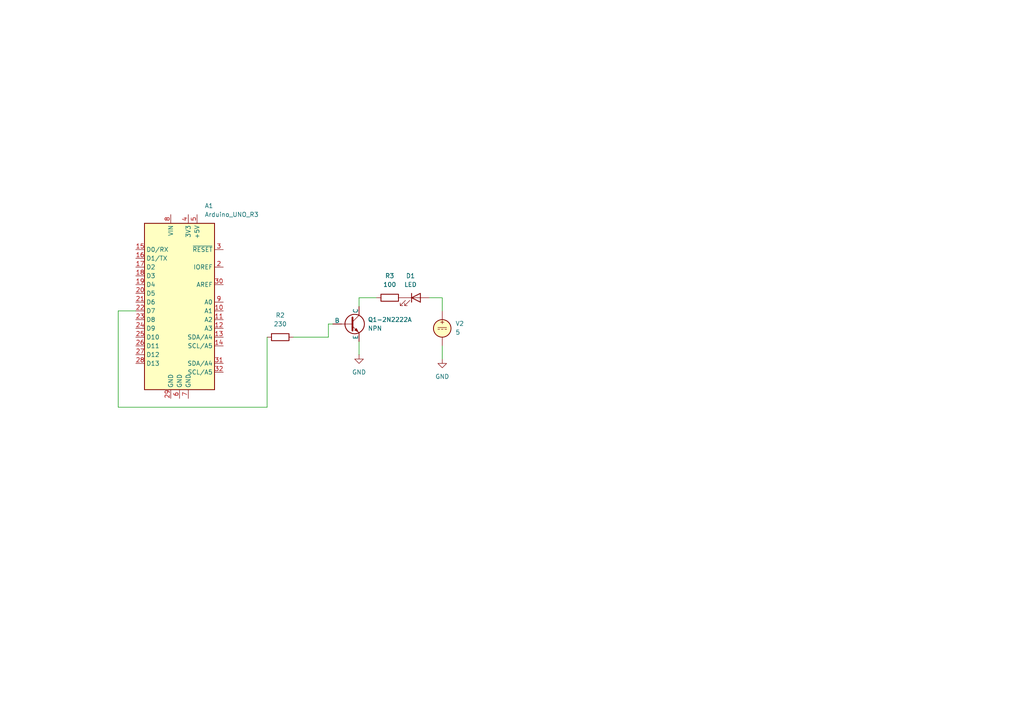
<source format=kicad_sch>
(kicad_sch
	(version 20231120)
	(generator "eeschema")
	(generator_version "8.0")
	(uuid "56d0690a-4f43-41dc-928d-77bd97c5f5f6")
	(paper "A4")
	(lib_symbols
		(symbol "Device:LED"
			(pin_numbers hide)
			(pin_names
				(offset 1.016) hide)
			(exclude_from_sim no)
			(in_bom yes)
			(on_board yes)
			(property "Reference" "D"
				(at 0 2.54 0)
				(effects
					(font
						(size 1.27 1.27)
					)
				)
			)
			(property "Value" "LED"
				(at 0 -2.54 0)
				(effects
					(font
						(size 1.27 1.27)
					)
				)
			)
			(property "Footprint" ""
				(at 0 0 0)
				(effects
					(font
						(size 1.27 1.27)
					)
					(hide yes)
				)
			)
			(property "Datasheet" "~"
				(at 0 0 0)
				(effects
					(font
						(size 1.27 1.27)
					)
					(hide yes)
				)
			)
			(property "Description" "Light emitting diode"
				(at 0 0 0)
				(effects
					(font
						(size 1.27 1.27)
					)
					(hide yes)
				)
			)
			(property "ki_keywords" "LED diode"
				(at 0 0 0)
				(effects
					(font
						(size 1.27 1.27)
					)
					(hide yes)
				)
			)
			(property "ki_fp_filters" "LED* LED_SMD:* LED_THT:*"
				(at 0 0 0)
				(effects
					(font
						(size 1.27 1.27)
					)
					(hide yes)
				)
			)
			(symbol "LED_0_1"
				(polyline
					(pts
						(xy -1.27 -1.27) (xy -1.27 1.27)
					)
					(stroke
						(width 0.254)
						(type default)
					)
					(fill
						(type none)
					)
				)
				(polyline
					(pts
						(xy -1.27 0) (xy 1.27 0)
					)
					(stroke
						(width 0)
						(type default)
					)
					(fill
						(type none)
					)
				)
				(polyline
					(pts
						(xy 1.27 -1.27) (xy 1.27 1.27) (xy -1.27 0) (xy 1.27 -1.27)
					)
					(stroke
						(width 0.254)
						(type default)
					)
					(fill
						(type none)
					)
				)
				(polyline
					(pts
						(xy -3.048 -0.762) (xy -4.572 -2.286) (xy -3.81 -2.286) (xy -4.572 -2.286) (xy -4.572 -1.524)
					)
					(stroke
						(width 0)
						(type default)
					)
					(fill
						(type none)
					)
				)
				(polyline
					(pts
						(xy -1.778 -0.762) (xy -3.302 -2.286) (xy -2.54 -2.286) (xy -3.302 -2.286) (xy -3.302 -1.524)
					)
					(stroke
						(width 0)
						(type default)
					)
					(fill
						(type none)
					)
				)
			)
			(symbol "LED_1_1"
				(pin passive line
					(at -3.81 0 0)
					(length 2.54)
					(name "K"
						(effects
							(font
								(size 1.27 1.27)
							)
						)
					)
					(number "1"
						(effects
							(font
								(size 1.27 1.27)
							)
						)
					)
				)
				(pin passive line
					(at 3.81 0 180)
					(length 2.54)
					(name "A"
						(effects
							(font
								(size 1.27 1.27)
							)
						)
					)
					(number "2"
						(effects
							(font
								(size 1.27 1.27)
							)
						)
					)
				)
			)
		)
		(symbol "Device:R"
			(pin_numbers hide)
			(pin_names
				(offset 0)
			)
			(exclude_from_sim no)
			(in_bom yes)
			(on_board yes)
			(property "Reference" "R"
				(at 2.032 0 90)
				(effects
					(font
						(size 1.27 1.27)
					)
				)
			)
			(property "Value" "R"
				(at 0 0 90)
				(effects
					(font
						(size 1.27 1.27)
					)
				)
			)
			(property "Footprint" ""
				(at -1.778 0 90)
				(effects
					(font
						(size 1.27 1.27)
					)
					(hide yes)
				)
			)
			(property "Datasheet" "~"
				(at 0 0 0)
				(effects
					(font
						(size 1.27 1.27)
					)
					(hide yes)
				)
			)
			(property "Description" "Resistor"
				(at 0 0 0)
				(effects
					(font
						(size 1.27 1.27)
					)
					(hide yes)
				)
			)
			(property "ki_keywords" "R res resistor"
				(at 0 0 0)
				(effects
					(font
						(size 1.27 1.27)
					)
					(hide yes)
				)
			)
			(property "ki_fp_filters" "R_*"
				(at 0 0 0)
				(effects
					(font
						(size 1.27 1.27)
					)
					(hide yes)
				)
			)
			(symbol "R_0_1"
				(rectangle
					(start -1.016 -2.54)
					(end 1.016 2.54)
					(stroke
						(width 0.254)
						(type default)
					)
					(fill
						(type none)
					)
				)
			)
			(symbol "R_1_1"
				(pin passive line
					(at 0 3.81 270)
					(length 1.27)
					(name "~"
						(effects
							(font
								(size 1.27 1.27)
							)
						)
					)
					(number "1"
						(effects
							(font
								(size 1.27 1.27)
							)
						)
					)
				)
				(pin passive line
					(at 0 -3.81 90)
					(length 1.27)
					(name "~"
						(effects
							(font
								(size 1.27 1.27)
							)
						)
					)
					(number "2"
						(effects
							(font
								(size 1.27 1.27)
							)
						)
					)
				)
			)
		)
		(symbol "MCU_Module:Arduino_UNO_R3"
			(exclude_from_sim no)
			(in_bom yes)
			(on_board yes)
			(property "Reference" "A"
				(at -10.16 23.495 0)
				(effects
					(font
						(size 1.27 1.27)
					)
					(justify left bottom)
				)
			)
			(property "Value" "Arduino_UNO_R3"
				(at 5.08 -26.67 0)
				(effects
					(font
						(size 1.27 1.27)
					)
					(justify left top)
				)
			)
			(property "Footprint" "Module:Arduino_UNO_R3"
				(at 0 0 0)
				(effects
					(font
						(size 1.27 1.27)
						(italic yes)
					)
					(hide yes)
				)
			)
			(property "Datasheet" "https://www.arduino.cc/en/Main/arduinoBoardUno"
				(at 0 0 0)
				(effects
					(font
						(size 1.27 1.27)
					)
					(hide yes)
				)
			)
			(property "Description" "Arduino UNO Microcontroller Module, release 3"
				(at 0 0 0)
				(effects
					(font
						(size 1.27 1.27)
					)
					(hide yes)
				)
			)
			(property "ki_keywords" "Arduino UNO R3 Microcontroller Module Atmel AVR USB"
				(at 0 0 0)
				(effects
					(font
						(size 1.27 1.27)
					)
					(hide yes)
				)
			)
			(property "ki_fp_filters" "Arduino*UNO*R3*"
				(at 0 0 0)
				(effects
					(font
						(size 1.27 1.27)
					)
					(hide yes)
				)
			)
			(symbol "Arduino_UNO_R3_0_1"
				(rectangle
					(start -10.16 22.86)
					(end 10.16 -25.4)
					(stroke
						(width 0.254)
						(type default)
					)
					(fill
						(type background)
					)
				)
			)
			(symbol "Arduino_UNO_R3_1_1"
				(pin no_connect line
					(at -10.16 -20.32 0)
					(length 2.54) hide
					(name "NC"
						(effects
							(font
								(size 1.27 1.27)
							)
						)
					)
					(number "1"
						(effects
							(font
								(size 1.27 1.27)
							)
						)
					)
				)
				(pin bidirectional line
					(at 12.7 -2.54 180)
					(length 2.54)
					(name "A1"
						(effects
							(font
								(size 1.27 1.27)
							)
						)
					)
					(number "10"
						(effects
							(font
								(size 1.27 1.27)
							)
						)
					)
				)
				(pin bidirectional line
					(at 12.7 -5.08 180)
					(length 2.54)
					(name "A2"
						(effects
							(font
								(size 1.27 1.27)
							)
						)
					)
					(number "11"
						(effects
							(font
								(size 1.27 1.27)
							)
						)
					)
				)
				(pin bidirectional line
					(at 12.7 -7.62 180)
					(length 2.54)
					(name "A3"
						(effects
							(font
								(size 1.27 1.27)
							)
						)
					)
					(number "12"
						(effects
							(font
								(size 1.27 1.27)
							)
						)
					)
				)
				(pin bidirectional line
					(at 12.7 -10.16 180)
					(length 2.54)
					(name "SDA/A4"
						(effects
							(font
								(size 1.27 1.27)
							)
						)
					)
					(number "13"
						(effects
							(font
								(size 1.27 1.27)
							)
						)
					)
				)
				(pin bidirectional line
					(at 12.7 -12.7 180)
					(length 2.54)
					(name "SCL/A5"
						(effects
							(font
								(size 1.27 1.27)
							)
						)
					)
					(number "14"
						(effects
							(font
								(size 1.27 1.27)
							)
						)
					)
				)
				(pin bidirectional line
					(at -12.7 15.24 0)
					(length 2.54)
					(name "D0/RX"
						(effects
							(font
								(size 1.27 1.27)
							)
						)
					)
					(number "15"
						(effects
							(font
								(size 1.27 1.27)
							)
						)
					)
				)
				(pin bidirectional line
					(at -12.7 12.7 0)
					(length 2.54)
					(name "D1/TX"
						(effects
							(font
								(size 1.27 1.27)
							)
						)
					)
					(number "16"
						(effects
							(font
								(size 1.27 1.27)
							)
						)
					)
				)
				(pin bidirectional line
					(at -12.7 10.16 0)
					(length 2.54)
					(name "D2"
						(effects
							(font
								(size 1.27 1.27)
							)
						)
					)
					(number "17"
						(effects
							(font
								(size 1.27 1.27)
							)
						)
					)
				)
				(pin bidirectional line
					(at -12.7 7.62 0)
					(length 2.54)
					(name "D3"
						(effects
							(font
								(size 1.27 1.27)
							)
						)
					)
					(number "18"
						(effects
							(font
								(size 1.27 1.27)
							)
						)
					)
				)
				(pin bidirectional line
					(at -12.7 5.08 0)
					(length 2.54)
					(name "D4"
						(effects
							(font
								(size 1.27 1.27)
							)
						)
					)
					(number "19"
						(effects
							(font
								(size 1.27 1.27)
							)
						)
					)
				)
				(pin output line
					(at 12.7 10.16 180)
					(length 2.54)
					(name "IOREF"
						(effects
							(font
								(size 1.27 1.27)
							)
						)
					)
					(number "2"
						(effects
							(font
								(size 1.27 1.27)
							)
						)
					)
				)
				(pin bidirectional line
					(at -12.7 2.54 0)
					(length 2.54)
					(name "D5"
						(effects
							(font
								(size 1.27 1.27)
							)
						)
					)
					(number "20"
						(effects
							(font
								(size 1.27 1.27)
							)
						)
					)
				)
				(pin bidirectional line
					(at -12.7 0 0)
					(length 2.54)
					(name "D6"
						(effects
							(font
								(size 1.27 1.27)
							)
						)
					)
					(number "21"
						(effects
							(font
								(size 1.27 1.27)
							)
						)
					)
				)
				(pin bidirectional line
					(at -12.7 -2.54 0)
					(length 2.54)
					(name "D7"
						(effects
							(font
								(size 1.27 1.27)
							)
						)
					)
					(number "22"
						(effects
							(font
								(size 1.27 1.27)
							)
						)
					)
				)
				(pin bidirectional line
					(at -12.7 -5.08 0)
					(length 2.54)
					(name "D8"
						(effects
							(font
								(size 1.27 1.27)
							)
						)
					)
					(number "23"
						(effects
							(font
								(size 1.27 1.27)
							)
						)
					)
				)
				(pin bidirectional line
					(at -12.7 -7.62 0)
					(length 2.54)
					(name "D9"
						(effects
							(font
								(size 1.27 1.27)
							)
						)
					)
					(number "24"
						(effects
							(font
								(size 1.27 1.27)
							)
						)
					)
				)
				(pin bidirectional line
					(at -12.7 -10.16 0)
					(length 2.54)
					(name "D10"
						(effects
							(font
								(size 1.27 1.27)
							)
						)
					)
					(number "25"
						(effects
							(font
								(size 1.27 1.27)
							)
						)
					)
				)
				(pin bidirectional line
					(at -12.7 -12.7 0)
					(length 2.54)
					(name "D11"
						(effects
							(font
								(size 1.27 1.27)
							)
						)
					)
					(number "26"
						(effects
							(font
								(size 1.27 1.27)
							)
						)
					)
				)
				(pin bidirectional line
					(at -12.7 -15.24 0)
					(length 2.54)
					(name "D12"
						(effects
							(font
								(size 1.27 1.27)
							)
						)
					)
					(number "27"
						(effects
							(font
								(size 1.27 1.27)
							)
						)
					)
				)
				(pin bidirectional line
					(at -12.7 -17.78 0)
					(length 2.54)
					(name "D13"
						(effects
							(font
								(size 1.27 1.27)
							)
						)
					)
					(number "28"
						(effects
							(font
								(size 1.27 1.27)
							)
						)
					)
				)
				(pin power_in line
					(at -2.54 -27.94 90)
					(length 2.54)
					(name "GND"
						(effects
							(font
								(size 1.27 1.27)
							)
						)
					)
					(number "29"
						(effects
							(font
								(size 1.27 1.27)
							)
						)
					)
				)
				(pin input line
					(at 12.7 15.24 180)
					(length 2.54)
					(name "~{RESET}"
						(effects
							(font
								(size 1.27 1.27)
							)
						)
					)
					(number "3"
						(effects
							(font
								(size 1.27 1.27)
							)
						)
					)
				)
				(pin input line
					(at 12.7 5.08 180)
					(length 2.54)
					(name "AREF"
						(effects
							(font
								(size 1.27 1.27)
							)
						)
					)
					(number "30"
						(effects
							(font
								(size 1.27 1.27)
							)
						)
					)
				)
				(pin bidirectional line
					(at 12.7 -17.78 180)
					(length 2.54)
					(name "SDA/A4"
						(effects
							(font
								(size 1.27 1.27)
							)
						)
					)
					(number "31"
						(effects
							(font
								(size 1.27 1.27)
							)
						)
					)
				)
				(pin bidirectional line
					(at 12.7 -20.32 180)
					(length 2.54)
					(name "SCL/A5"
						(effects
							(font
								(size 1.27 1.27)
							)
						)
					)
					(number "32"
						(effects
							(font
								(size 1.27 1.27)
							)
						)
					)
				)
				(pin power_out line
					(at 2.54 25.4 270)
					(length 2.54)
					(name "3V3"
						(effects
							(font
								(size 1.27 1.27)
							)
						)
					)
					(number "4"
						(effects
							(font
								(size 1.27 1.27)
							)
						)
					)
				)
				(pin power_out line
					(at 5.08 25.4 270)
					(length 2.54)
					(name "+5V"
						(effects
							(font
								(size 1.27 1.27)
							)
						)
					)
					(number "5"
						(effects
							(font
								(size 1.27 1.27)
							)
						)
					)
				)
				(pin power_in line
					(at 0 -27.94 90)
					(length 2.54)
					(name "GND"
						(effects
							(font
								(size 1.27 1.27)
							)
						)
					)
					(number "6"
						(effects
							(font
								(size 1.27 1.27)
							)
						)
					)
				)
				(pin power_in line
					(at 2.54 -27.94 90)
					(length 2.54)
					(name "GND"
						(effects
							(font
								(size 1.27 1.27)
							)
						)
					)
					(number "7"
						(effects
							(font
								(size 1.27 1.27)
							)
						)
					)
				)
				(pin power_in line
					(at -2.54 25.4 270)
					(length 2.54)
					(name "VIN"
						(effects
							(font
								(size 1.27 1.27)
							)
						)
					)
					(number "8"
						(effects
							(font
								(size 1.27 1.27)
							)
						)
					)
				)
				(pin bidirectional line
					(at 12.7 0 180)
					(length 2.54)
					(name "A0"
						(effects
							(font
								(size 1.27 1.27)
							)
						)
					)
					(number "9"
						(effects
							(font
								(size 1.27 1.27)
							)
						)
					)
				)
			)
		)
		(symbol "Simulation_SPICE:NPN"
			(pin_numbers hide)
			(pin_names
				(offset 0)
			)
			(exclude_from_sim no)
			(in_bom yes)
			(on_board yes)
			(property "Reference" "Q"
				(at -2.54 7.62 0)
				(effects
					(font
						(size 1.27 1.27)
					)
				)
			)
			(property "Value" "NPN"
				(at -2.54 5.08 0)
				(effects
					(font
						(size 1.27 1.27)
					)
				)
			)
			(property "Footprint" ""
				(at 63.5 0 0)
				(effects
					(font
						(size 1.27 1.27)
					)
					(hide yes)
				)
			)
			(property "Datasheet" "https://ngspice.sourceforge.io/docs/ngspice-html-manual/manual.xhtml#cha_BJTs"
				(at 63.5 0 0)
				(effects
					(font
						(size 1.27 1.27)
					)
					(hide yes)
				)
			)
			(property "Description" "Bipolar transistor symbol for simulation only, substrate tied to the emitter"
				(at 0 0 0)
				(effects
					(font
						(size 1.27 1.27)
					)
					(hide yes)
				)
			)
			(property "Sim.Device" "NPN"
				(at 0 0 0)
				(effects
					(font
						(size 1.27 1.27)
					)
					(hide yes)
				)
			)
			(property "Sim.Type" "GUMMELPOON"
				(at 0 0 0)
				(effects
					(font
						(size 1.27 1.27)
					)
					(hide yes)
				)
			)
			(property "Sim.Pins" "1=C 2=B 3=E"
				(at 0 0 0)
				(effects
					(font
						(size 1.27 1.27)
					)
					(hide yes)
				)
			)
			(property "ki_keywords" "simulation"
				(at 0 0 0)
				(effects
					(font
						(size 1.27 1.27)
					)
					(hide yes)
				)
			)
			(symbol "NPN_0_1"
				(polyline
					(pts
						(xy -2.54 0) (xy 0.635 0)
					)
					(stroke
						(width 0.1524)
						(type default)
					)
					(fill
						(type none)
					)
				)
				(polyline
					(pts
						(xy 0.635 0.635) (xy 2.54 2.54)
					)
					(stroke
						(width 0)
						(type default)
					)
					(fill
						(type none)
					)
				)
				(polyline
					(pts
						(xy 2.794 -1.27) (xy 2.794 -1.27)
					)
					(stroke
						(width 0.1524)
						(type default)
					)
					(fill
						(type none)
					)
				)
				(polyline
					(pts
						(xy 2.794 -1.27) (xy 2.794 -1.27)
					)
					(stroke
						(width 0.1524)
						(type default)
					)
					(fill
						(type none)
					)
				)
				(polyline
					(pts
						(xy 0.635 -0.635) (xy 2.54 -2.54) (xy 2.54 -2.54)
					)
					(stroke
						(width 0)
						(type default)
					)
					(fill
						(type none)
					)
				)
				(polyline
					(pts
						(xy 0.635 1.905) (xy 0.635 -1.905) (xy 0.635 -1.905)
					)
					(stroke
						(width 0.508)
						(type default)
					)
					(fill
						(type none)
					)
				)
				(polyline
					(pts
						(xy 1.27 -1.778) (xy 1.778 -1.27) (xy 2.286 -2.286) (xy 1.27 -1.778) (xy 1.27 -1.778)
					)
					(stroke
						(width 0)
						(type default)
					)
					(fill
						(type outline)
					)
				)
				(circle
					(center 1.27 0)
					(radius 2.8194)
					(stroke
						(width 0.254)
						(type default)
					)
					(fill
						(type none)
					)
				)
			)
			(symbol "NPN_1_1"
				(pin open_collector line
					(at 2.54 5.08 270)
					(length 2.54)
					(name "C"
						(effects
							(font
								(size 1.27 1.27)
							)
						)
					)
					(number "1"
						(effects
							(font
								(size 1.27 1.27)
							)
						)
					)
				)
				(pin input line
					(at -5.08 0 0)
					(length 2.54)
					(name "B"
						(effects
							(font
								(size 1.27 1.27)
							)
						)
					)
					(number "2"
						(effects
							(font
								(size 1.27 1.27)
							)
						)
					)
				)
				(pin open_emitter line
					(at 2.54 -5.08 90)
					(length 2.54)
					(name "E"
						(effects
							(font
								(size 1.27 1.27)
							)
						)
					)
					(number "3"
						(effects
							(font
								(size 1.27 1.27)
							)
						)
					)
				)
			)
		)
		(symbol "Simulation_SPICE:VDC"
			(pin_numbers hide)
			(pin_names
				(offset 0.0254)
			)
			(exclude_from_sim no)
			(in_bom yes)
			(on_board yes)
			(property "Reference" "V"
				(at 2.54 2.54 0)
				(effects
					(font
						(size 1.27 1.27)
					)
					(justify left)
				)
			)
			(property "Value" "1"
				(at 2.54 0 0)
				(effects
					(font
						(size 1.27 1.27)
					)
					(justify left)
				)
			)
			(property "Footprint" ""
				(at 0 0 0)
				(effects
					(font
						(size 1.27 1.27)
					)
					(hide yes)
				)
			)
			(property "Datasheet" "https://ngspice.sourceforge.io/docs/ngspice-html-manual/manual.xhtml#sec_Independent_Sources_for"
				(at 0 0 0)
				(effects
					(font
						(size 1.27 1.27)
					)
					(hide yes)
				)
			)
			(property "Description" "Voltage source, DC"
				(at 0 0 0)
				(effects
					(font
						(size 1.27 1.27)
					)
					(hide yes)
				)
			)
			(property "Sim.Pins" "1=+ 2=-"
				(at 0 0 0)
				(effects
					(font
						(size 1.27 1.27)
					)
					(hide yes)
				)
			)
			(property "Sim.Type" "DC"
				(at 0 0 0)
				(effects
					(font
						(size 1.27 1.27)
					)
					(hide yes)
				)
			)
			(property "Sim.Device" "V"
				(at 0 0 0)
				(effects
					(font
						(size 1.27 1.27)
					)
					(justify left)
					(hide yes)
				)
			)
			(property "ki_keywords" "simulation"
				(at 0 0 0)
				(effects
					(font
						(size 1.27 1.27)
					)
					(hide yes)
				)
			)
			(symbol "VDC_0_0"
				(polyline
					(pts
						(xy -1.27 0.254) (xy 1.27 0.254)
					)
					(stroke
						(width 0)
						(type default)
					)
					(fill
						(type none)
					)
				)
				(polyline
					(pts
						(xy -0.762 -0.254) (xy -1.27 -0.254)
					)
					(stroke
						(width 0)
						(type default)
					)
					(fill
						(type none)
					)
				)
				(polyline
					(pts
						(xy 0.254 -0.254) (xy -0.254 -0.254)
					)
					(stroke
						(width 0)
						(type default)
					)
					(fill
						(type none)
					)
				)
				(polyline
					(pts
						(xy 1.27 -0.254) (xy 0.762 -0.254)
					)
					(stroke
						(width 0)
						(type default)
					)
					(fill
						(type none)
					)
				)
				(text "+"
					(at 0 1.905 0)
					(effects
						(font
							(size 1.27 1.27)
						)
					)
				)
			)
			(symbol "VDC_0_1"
				(circle
					(center 0 0)
					(radius 2.54)
					(stroke
						(width 0.254)
						(type default)
					)
					(fill
						(type background)
					)
				)
			)
			(symbol "VDC_1_1"
				(pin passive line
					(at 0 5.08 270)
					(length 2.54)
					(name "~"
						(effects
							(font
								(size 1.27 1.27)
							)
						)
					)
					(number "1"
						(effects
							(font
								(size 1.27 1.27)
							)
						)
					)
				)
				(pin passive line
					(at 0 -5.08 90)
					(length 2.54)
					(name "~"
						(effects
							(font
								(size 1.27 1.27)
							)
						)
					)
					(number "2"
						(effects
							(font
								(size 1.27 1.27)
							)
						)
					)
				)
			)
		)
		(symbol "power:GND"
			(power)
			(pin_numbers hide)
			(pin_names
				(offset 0) hide)
			(exclude_from_sim no)
			(in_bom yes)
			(on_board yes)
			(property "Reference" "#PWR"
				(at 0 -6.35 0)
				(effects
					(font
						(size 1.27 1.27)
					)
					(hide yes)
				)
			)
			(property "Value" "GND"
				(at 0 -3.81 0)
				(effects
					(font
						(size 1.27 1.27)
					)
				)
			)
			(property "Footprint" ""
				(at 0 0 0)
				(effects
					(font
						(size 1.27 1.27)
					)
					(hide yes)
				)
			)
			(property "Datasheet" ""
				(at 0 0 0)
				(effects
					(font
						(size 1.27 1.27)
					)
					(hide yes)
				)
			)
			(property "Description" "Power symbol creates a global label with name \"GND\" , ground"
				(at 0 0 0)
				(effects
					(font
						(size 1.27 1.27)
					)
					(hide yes)
				)
			)
			(property "ki_keywords" "global power"
				(at 0 0 0)
				(effects
					(font
						(size 1.27 1.27)
					)
					(hide yes)
				)
			)
			(symbol "GND_0_1"
				(polyline
					(pts
						(xy 0 0) (xy 0 -1.27) (xy 1.27 -1.27) (xy 0 -2.54) (xy -1.27 -1.27) (xy 0 -1.27)
					)
					(stroke
						(width 0)
						(type default)
					)
					(fill
						(type none)
					)
				)
			)
			(symbol "GND_1_1"
				(pin power_in line
					(at 0 0 270)
					(length 0)
					(name "~"
						(effects
							(font
								(size 1.27 1.27)
							)
						)
					)
					(number "1"
						(effects
							(font
								(size 1.27 1.27)
							)
						)
					)
				)
			)
		)
	)
	(wire
		(pts
			(xy 128.27 86.36) (xy 124.46 86.36)
		)
		(stroke
			(width 0)
			(type default)
		)
		(uuid "0e4657a5-b1fc-4ca2-839d-2849414b2247")
	)
	(wire
		(pts
			(xy 128.27 90.17) (xy 128.27 86.36)
		)
		(stroke
			(width 0)
			(type default)
		)
		(uuid "239ed037-da9f-436a-906d-78d48b0d44fe")
	)
	(wire
		(pts
			(xy 128.27 100.33) (xy 128.27 104.14)
		)
		(stroke
			(width 0)
			(type default)
		)
		(uuid "26608aa6-630f-4381-93cb-355b489c19cb")
	)
	(wire
		(pts
			(xy 95.25 97.79) (xy 85.09 97.79)
		)
		(stroke
			(width 0)
			(type default)
		)
		(uuid "5163485e-f9ad-4fff-ae43-12e324d0fcca")
	)
	(wire
		(pts
			(xy 34.29 118.11) (xy 77.47 118.11)
		)
		(stroke
			(width 0)
			(type default)
		)
		(uuid "547ba12e-2dc9-4aff-a912-e122d3dd9177")
	)
	(wire
		(pts
			(xy 95.25 93.98) (xy 96.52 93.98)
		)
		(stroke
			(width 0)
			(type default)
		)
		(uuid "6e204e18-84d7-48bb-b381-d6f86fee03be")
	)
	(wire
		(pts
			(xy 104.14 99.06) (xy 104.14 102.87)
		)
		(stroke
			(width 0)
			(type default)
		)
		(uuid "a5fe76b9-3a5c-41ec-b351-97071db198d2")
	)
	(wire
		(pts
			(xy 39.37 90.17) (xy 34.29 90.17)
		)
		(stroke
			(width 0)
			(type default)
		)
		(uuid "b14d6a6c-4cf9-402d-b645-170aefa72452")
	)
	(wire
		(pts
			(xy 77.47 118.11) (xy 77.47 97.79)
		)
		(stroke
			(width 0)
			(type default)
		)
		(uuid "c5025f46-d32e-447a-8679-9c7115e8c51c")
	)
	(wire
		(pts
			(xy 95.25 93.98) (xy 95.25 97.79)
		)
		(stroke
			(width 0)
			(type default)
		)
		(uuid "ca61f76d-22f4-455b-82b3-6c1db61070c9")
	)
	(wire
		(pts
			(xy 109.22 86.36) (xy 104.14 86.36)
		)
		(stroke
			(width 0)
			(type default)
		)
		(uuid "e3037ec3-3d0e-43cd-aea4-12b9684508ac")
	)
	(wire
		(pts
			(xy 34.29 90.17) (xy 34.29 118.11)
		)
		(stroke
			(width 0)
			(type default)
		)
		(uuid "f7eb9cbe-9456-45e0-a40e-e81aaf1323a9")
	)
	(wire
		(pts
			(xy 104.14 86.36) (xy 104.14 88.9)
		)
		(stroke
			(width 0)
			(type default)
		)
		(uuid "fb9b223e-ef12-4d30-99e6-4e47e3d4c5d1")
	)
	(symbol
		(lib_id "Device:R")
		(at 81.28 97.79 270)
		(unit 1)
		(exclude_from_sim no)
		(in_bom yes)
		(on_board yes)
		(dnp no)
		(fields_autoplaced yes)
		(uuid "25b143e2-c969-42fd-b7e0-5337e86aa497")
		(property "Reference" "R2"
			(at 81.28 91.44 90)
			(effects
				(font
					(size 1.27 1.27)
				)
			)
		)
		(property "Value" "230"
			(at 81.28 93.98 90)
			(effects
				(font
					(size 1.27 1.27)
				)
			)
		)
		(property "Footprint" ""
			(at 81.28 96.012 90)
			(effects
				(font
					(size 1.27 1.27)
				)
				(hide yes)
			)
		)
		(property "Datasheet" "~"
			(at 81.28 97.79 0)
			(effects
				(font
					(size 1.27 1.27)
				)
				(hide yes)
			)
		)
		(property "Description" "Resistor"
			(at 81.28 97.79 0)
			(effects
				(font
					(size 1.27 1.27)
				)
				(hide yes)
			)
		)
		(pin "1"
			(uuid "437e0b6b-3dde-4997-8156-8e0c9b39bd3a")
		)
		(pin "2"
			(uuid "2bb66957-4193-4a5f-9805-f309ba5f8277")
		)
		(instances
			(project ""
				(path "/56d0690a-4f43-41dc-928d-77bd97c5f5f6"
					(reference "R2")
					(unit 1)
				)
			)
		)
	)
	(symbol
		(lib_id "power:GND")
		(at 104.14 102.87 0)
		(unit 1)
		(exclude_from_sim no)
		(in_bom yes)
		(on_board yes)
		(dnp no)
		(fields_autoplaced yes)
		(uuid "581800b2-1d9d-4c9f-b84f-f69adf974960")
		(property "Reference" "#PWR1"
			(at 104.14 109.22 0)
			(effects
				(font
					(size 1.27 1.27)
				)
				(hide yes)
			)
		)
		(property "Value" "GND"
			(at 104.14 107.95 0)
			(effects
				(font
					(size 1.27 1.27)
				)
			)
		)
		(property "Footprint" ""
			(at 104.14 102.87 0)
			(effects
				(font
					(size 1.27 1.27)
				)
				(hide yes)
			)
		)
		(property "Datasheet" ""
			(at 104.14 102.87 0)
			(effects
				(font
					(size 1.27 1.27)
				)
				(hide yes)
			)
		)
		(property "Description" "Power symbol creates a global label with name \"GND\" , ground"
			(at 104.14 102.87 0)
			(effects
				(font
					(size 1.27 1.27)
				)
				(hide yes)
			)
		)
		(pin "1"
			(uuid "cab9bd4e-e413-4e2d-b3d5-e5ba40ad28f6")
		)
		(instances
			(project ""
				(path "/56d0690a-4f43-41dc-928d-77bd97c5f5f6"
					(reference "#PWR1")
					(unit 1)
				)
			)
		)
	)
	(symbol
		(lib_id "power:GND")
		(at 128.27 104.14 0)
		(unit 1)
		(exclude_from_sim no)
		(in_bom yes)
		(on_board yes)
		(dnp no)
		(fields_autoplaced yes)
		(uuid "706805d4-a76f-4287-8d86-963ef0707e5f")
		(property "Reference" "#PWR2"
			(at 128.27 110.49 0)
			(effects
				(font
					(size 1.27 1.27)
				)
				(hide yes)
			)
		)
		(property "Value" "GND"
			(at 128.27 109.22 0)
			(effects
				(font
					(size 1.27 1.27)
				)
			)
		)
		(property "Footprint" ""
			(at 128.27 104.14 0)
			(effects
				(font
					(size 1.27 1.27)
				)
				(hide yes)
			)
		)
		(property "Datasheet" ""
			(at 128.27 104.14 0)
			(effects
				(font
					(size 1.27 1.27)
				)
				(hide yes)
			)
		)
		(property "Description" "Power symbol creates a global label with name \"GND\" , ground"
			(at 128.27 104.14 0)
			(effects
				(font
					(size 1.27 1.27)
				)
				(hide yes)
			)
		)
		(pin "1"
			(uuid "3e7e477c-bfcf-48dc-acce-97ee989e0e1a")
		)
		(instances
			(project "transistor_BJT"
				(path "/56d0690a-4f43-41dc-928d-77bd97c5f5f6"
					(reference "#PWR2")
					(unit 1)
				)
			)
		)
	)
	(symbol
		(lib_id "MCU_Module:Arduino_UNO_R3")
		(at 52.07 87.63 0)
		(unit 1)
		(exclude_from_sim no)
		(in_bom yes)
		(on_board yes)
		(dnp no)
		(fields_autoplaced yes)
		(uuid "af10c2bb-1a5c-41be-9abc-b216b52c813a")
		(property "Reference" "A1"
			(at 59.3441 59.69 0)
			(effects
				(font
					(size 1.27 1.27)
				)
				(justify left)
			)
		)
		(property "Value" "Arduino_UNO_R3"
			(at 59.3441 62.23 0)
			(effects
				(font
					(size 1.27 1.27)
				)
				(justify left)
			)
		)
		(property "Footprint" "Module:Arduino_UNO_R3"
			(at 52.07 87.63 0)
			(effects
				(font
					(size 1.27 1.27)
					(italic yes)
				)
				(hide yes)
			)
		)
		(property "Datasheet" "https://www.arduino.cc/en/Main/arduinoBoardUno"
			(at 52.07 87.63 0)
			(effects
				(font
					(size 1.27 1.27)
				)
				(hide yes)
			)
		)
		(property "Description" "Arduino UNO Microcontroller Module, release 3"
			(at 52.07 87.63 0)
			(effects
				(font
					(size 1.27 1.27)
				)
				(hide yes)
			)
		)
		(pin "6"
			(uuid "88b60442-89ee-414d-add2-4d6444686687")
		)
		(pin "10"
			(uuid "353c68b7-8c30-4e6d-9de6-8cc7ca8f28db")
		)
		(pin "12"
			(uuid "6846ca01-0590-49d1-af2d-0bc98f933223")
		)
		(pin "31"
			(uuid "fe683e12-8a75-43be-a7b3-775596764b37")
		)
		(pin "11"
			(uuid "4d6a6cb6-ca8d-4a8c-8783-ec1e04ee0e51")
		)
		(pin "15"
			(uuid "76a82e6f-acb7-4cd0-a858-a3b55eaad7fc")
		)
		(pin "5"
			(uuid "1e420c3c-a9ed-46ff-b00d-4defafc3d664")
		)
		(pin "8"
			(uuid "8710728c-45e5-420b-88f8-9f8094bcd1b6")
		)
		(pin "16"
			(uuid "8fbabdb4-dfd8-41b0-9439-2c080ae675b3")
		)
		(pin "17"
			(uuid "862ad9c2-5d2f-41a8-8439-712e7135fac8")
		)
		(pin "20"
			(uuid "15c5aa0d-5345-41de-b1ba-6d2d60168c13")
		)
		(pin "25"
			(uuid "d2e05d1a-d1ab-459b-bdd4-fd788d4d8cf6")
		)
		(pin "3"
			(uuid "07771412-1104-4564-8cda-4eb6330d2b5b")
		)
		(pin "30"
			(uuid "4690d6f2-2dab-425b-962f-c08731b3a484")
		)
		(pin "1"
			(uuid "71ece44b-84a4-425f-9385-2d02dc988ba5")
		)
		(pin "22"
			(uuid "f2c3975a-8c1d-41bc-aaf1-61a094573549")
		)
		(pin "27"
			(uuid "cc6fe6a6-cb46-4baa-aeb9-cccc93894e76")
		)
		(pin "29"
			(uuid "890cf9f2-db9c-406d-8b0c-1b9bebf108d0")
		)
		(pin "13"
			(uuid "df38965c-e71a-40da-b15e-33507d172e7a")
		)
		(pin "2"
			(uuid "f3b6854d-7ca7-449a-bebd-7aa97ee814ff")
		)
		(pin "14"
			(uuid "30c4436b-c413-431a-b3cb-eaf9fb804684")
		)
		(pin "23"
			(uuid "5d8884e5-172f-41a8-babe-85e487225815")
		)
		(pin "7"
			(uuid "a61c1b13-e66b-4be9-b612-f8f895c02280")
		)
		(pin "19"
			(uuid "b771f33f-c825-4584-a2c1-1855001ee84c")
		)
		(pin "21"
			(uuid "38ce8bc0-dfa3-4452-8c98-60db32ec257a")
		)
		(pin "24"
			(uuid "20cdb254-23eb-4df0-9310-2b36a5cbb35b")
		)
		(pin "26"
			(uuid "36546fe5-3812-4c0e-af69-7ec784adbef4")
		)
		(pin "32"
			(uuid "9ff787d8-f81d-4752-b40d-04472d0d1d72")
		)
		(pin "28"
			(uuid "3e47ecb1-4d7a-4540-9f89-90618dafd4de")
		)
		(pin "18"
			(uuid "f5649d49-3017-4a2f-8755-6e522d603b7f")
		)
		(pin "4"
			(uuid "414b9e71-d763-4ee6-99e2-a1ca5b596fea")
		)
		(pin "9"
			(uuid "c3711a70-183e-438f-a1e6-01089400a9b3")
		)
		(instances
			(project ""
				(path "/56d0690a-4f43-41dc-928d-77bd97c5f5f6"
					(reference "A1")
					(unit 1)
				)
			)
		)
	)
	(symbol
		(lib_id "Device:LED")
		(at 120.65 86.36 0)
		(unit 1)
		(exclude_from_sim no)
		(in_bom yes)
		(on_board yes)
		(dnp no)
		(fields_autoplaced yes)
		(uuid "b79f23ed-9df3-4594-82f7-afea0c8c3d99")
		(property "Reference" "D1"
			(at 119.0625 80.01 0)
			(effects
				(font
					(size 1.27 1.27)
				)
			)
		)
		(property "Value" "LED"
			(at 119.0625 82.55 0)
			(effects
				(font
					(size 1.27 1.27)
				)
			)
		)
		(property "Footprint" ""
			(at 120.65 86.36 0)
			(effects
				(font
					(size 1.27 1.27)
				)
				(hide yes)
			)
		)
		(property "Datasheet" "~"
			(at 120.65 86.36 0)
			(effects
				(font
					(size 1.27 1.27)
				)
				(hide yes)
			)
		)
		(property "Description" "Light emitting diode"
			(at 120.65 86.36 0)
			(effects
				(font
					(size 1.27 1.27)
				)
				(hide yes)
			)
		)
		(pin "2"
			(uuid "a0b858a5-f4b3-49d8-9e80-4e0e92448ee1")
		)
		(pin "1"
			(uuid "171aaffa-1292-4cae-9bb8-ccb91ceb88e3")
		)
		(instances
			(project ""
				(path "/56d0690a-4f43-41dc-928d-77bd97c5f5f6"
					(reference "D1")
					(unit 1)
				)
			)
		)
	)
	(symbol
		(lib_id "Simulation_SPICE:NPN")
		(at 101.6 93.98 0)
		(unit 1)
		(exclude_from_sim no)
		(in_bom yes)
		(on_board yes)
		(dnp no)
		(fields_autoplaced yes)
		(uuid "d4c8f7db-cf9e-4887-96e2-d21fadeafc71")
		(property "Reference" "Q1-2N2222A"
			(at 106.68 92.7099 0)
			(effects
				(font
					(size 1.27 1.27)
				)
				(justify left)
			)
		)
		(property "Value" "NPN"
			(at 106.68 95.2499 0)
			(effects
				(font
					(size 1.27 1.27)
				)
				(justify left)
			)
		)
		(property "Footprint" ""
			(at 165.1 93.98 0)
			(effects
				(font
					(size 1.27 1.27)
				)
				(hide yes)
			)
		)
		(property "Datasheet" "https://ngspice.sourceforge.io/docs/ngspice-html-manual/manual.xhtml#cha_BJTs"
			(at 165.1 93.98 0)
			(effects
				(font
					(size 1.27 1.27)
				)
				(hide yes)
			)
		)
		(property "Description" "Bipolar transistor symbol for simulation only, substrate tied to the emitter"
			(at 101.6 93.98 0)
			(effects
				(font
					(size 1.27 1.27)
				)
				(hide yes)
			)
		)
		(property "Sim.Device" "NPN"
			(at 101.6 93.98 0)
			(effects
				(font
					(size 1.27 1.27)
				)
				(hide yes)
			)
		)
		(property "Sim.Type" "GUMMELPOON"
			(at 101.6 93.98 0)
			(effects
				(font
					(size 1.27 1.27)
				)
				(hide yes)
			)
		)
		(property "Sim.Pins" "1=C 2=B 3=E"
			(at 101.6 93.98 0)
			(effects
				(font
					(size 1.27 1.27)
				)
				(hide yes)
			)
		)
		(pin "2"
			(uuid "ab869764-084f-4405-8155-7f22c8057a39")
		)
		(pin "3"
			(uuid "3c17b71c-3906-4905-ae06-7be46ab70550")
		)
		(pin "1"
			(uuid "373e1adf-7f44-4df0-9957-af3be502080d")
		)
		(instances
			(project ""
				(path "/56d0690a-4f43-41dc-928d-77bd97c5f5f6"
					(reference "Q1-2N2222A")
					(unit 1)
				)
			)
		)
	)
	(symbol
		(lib_id "Simulation_SPICE:VDC")
		(at 128.27 95.25 0)
		(unit 1)
		(exclude_from_sim no)
		(in_bom yes)
		(on_board yes)
		(dnp no)
		(fields_autoplaced yes)
		(uuid "d649e49f-ef19-4d7c-b928-86e146292fb2")
		(property "Reference" "V2"
			(at 132.08 93.8501 0)
			(effects
				(font
					(size 1.27 1.27)
				)
				(justify left)
			)
		)
		(property "Value" "5"
			(at 132.08 96.3901 0)
			(effects
				(font
					(size 1.27 1.27)
				)
				(justify left)
			)
		)
		(property "Footprint" ""
			(at 128.27 95.25 0)
			(effects
				(font
					(size 1.27 1.27)
				)
				(hide yes)
			)
		)
		(property "Datasheet" "https://ngspice.sourceforge.io/docs/ngspice-html-manual/manual.xhtml#sec_Independent_Sources_for"
			(at 128.27 95.25 0)
			(effects
				(font
					(size 1.27 1.27)
				)
				(hide yes)
			)
		)
		(property "Description" "Voltage source, DC"
			(at 128.27 95.25 0)
			(effects
				(font
					(size 1.27 1.27)
				)
				(hide yes)
			)
		)
		(property "Sim.Pins" "1=+ 2=-"
			(at 128.27 95.25 0)
			(effects
				(font
					(size 1.27 1.27)
				)
				(hide yes)
			)
		)
		(property "Sim.Type" "DC"
			(at 128.27 95.25 0)
			(effects
				(font
					(size 1.27 1.27)
				)
				(hide yes)
			)
		)
		(property "Sim.Device" "V"
			(at 128.27 95.25 0)
			(effects
				(font
					(size 1.27 1.27)
				)
				(justify left)
				(hide yes)
			)
		)
		(pin "1"
			(uuid "38e9c31f-dc9a-4c02-acf7-3feac7c28473")
		)
		(pin "2"
			(uuid "7aceb71f-041f-46a4-96fd-4ded13c210fd")
		)
		(instances
			(project "transistor_BJT"
				(path "/56d0690a-4f43-41dc-928d-77bd97c5f5f6"
					(reference "V2")
					(unit 1)
				)
			)
		)
	)
	(symbol
		(lib_id "Device:R")
		(at 113.03 86.36 270)
		(unit 1)
		(exclude_from_sim no)
		(in_bom yes)
		(on_board yes)
		(dnp no)
		(fields_autoplaced yes)
		(uuid "e1e7e2df-93ad-490e-a487-934490ee3195")
		(property "Reference" "R3"
			(at 113.03 80.01 90)
			(effects
				(font
					(size 1.27 1.27)
				)
			)
		)
		(property "Value" "100"
			(at 113.03 82.55 90)
			(effects
				(font
					(size 1.27 1.27)
				)
			)
		)
		(property "Footprint" ""
			(at 113.03 84.582 90)
			(effects
				(font
					(size 1.27 1.27)
				)
				(hide yes)
			)
		)
		(property "Datasheet" "~"
			(at 113.03 86.36 0)
			(effects
				(font
					(size 1.27 1.27)
				)
				(hide yes)
			)
		)
		(property "Description" "Resistor"
			(at 113.03 86.36 0)
			(effects
				(font
					(size 1.27 1.27)
				)
				(hide yes)
			)
		)
		(pin "1"
			(uuid "303c8c09-fafe-4ab2-92b1-6bda897af9e8")
		)
		(pin "2"
			(uuid "78ce5d28-1c29-4376-9a71-ad210badf104")
		)
		(instances
			(project "transistor_BJT"
				(path "/56d0690a-4f43-41dc-928d-77bd97c5f5f6"
					(reference "R3")
					(unit 1)
				)
			)
		)
	)
	(sheet_instances
		(path "/"
			(page "1")
		)
	)
)

</source>
